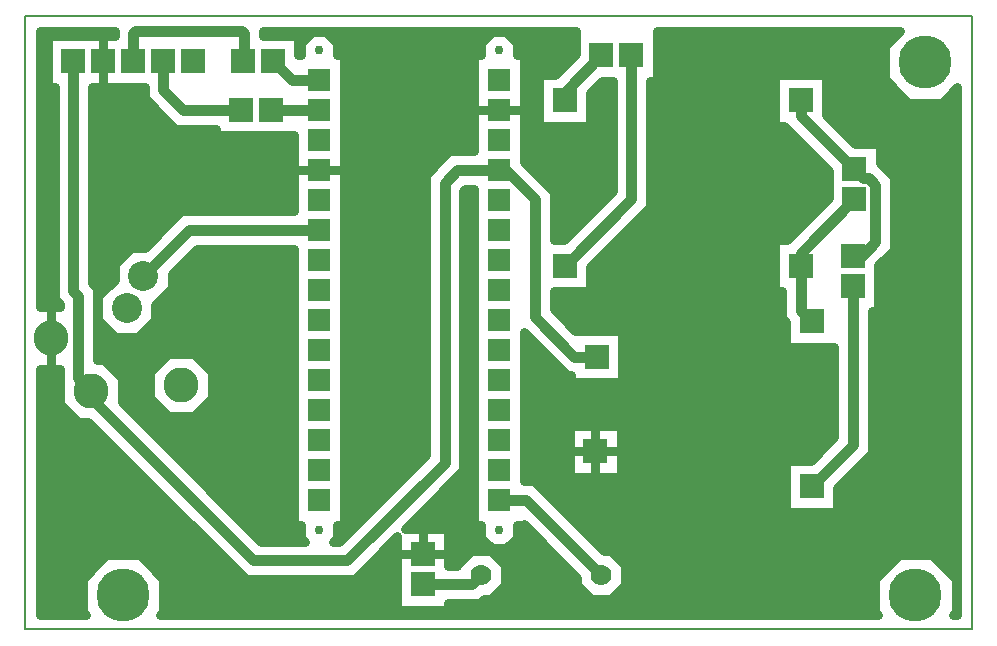
<source format=gbr>
G04 PROTEUS GERBER X2 FILE*
%TF.GenerationSoftware,Labcenter,Proteus,8.9-SP0-Build27865*%
%TF.CreationDate,2021-05-25T10:57:55+00:00*%
%TF.FileFunction,Copper,L2,Bot*%
%TF.FilePolarity,Positive*%
%TF.Part,Single*%
%TF.SameCoordinates,{e29b0117-a318-4933-b090-4e5cc44ef503}*%
%FSLAX45Y45*%
%MOMM*%
G01*
%TA.AperFunction,Conductor*%
%ADD18C,0.889000*%
%ADD19C,0.762000*%
%TA.AperFunction,ComponentPad*%
%ADD10R,1.905000X1.905000*%
%ADD11C,0.762000*%
%TA.AperFunction,ComponentPad*%
%ADD12C,2.960000*%
%ADD13C,2.540000*%
%ADD14R,2.032000X2.032000*%
%TA.AperFunction,ComponentPad*%
%ADD15C,1.778000*%
%TA.AperFunction,OtherPad,Unknown*%
%ADD16C,4.500000*%
%TA.AperFunction,Profile*%
%ADD17C,0.203200*%
%TD.AperFunction*%
G36*
X+464101Y+8938605D02*
X+291395Y+8765899D01*
X+154101Y+8765899D01*
X+154101Y+8334101D01*
X+585899Y+8334101D01*
X+585899Y+8611395D01*
X+688605Y+8714101D01*
X+775251Y+8714101D01*
X+775251Y+7779755D01*
X+361395Y+7365899D01*
X+277321Y+7365899D01*
X+277321Y+7777183D01*
X+23549Y+8030955D01*
X+23549Y+8929549D01*
X-33601Y+8929549D01*
X-33601Y+9037126D01*
X-122874Y+9126399D01*
X-249126Y+9126399D01*
X-338399Y+9037126D01*
X-338399Y+8929549D01*
X-395549Y+8929549D01*
X-395549Y+8116749D01*
X-605630Y+8116749D01*
X-805119Y+7917260D01*
X-805119Y+5547048D01*
X-1538538Y+4813629D01*
X-1590846Y+4813629D01*
X-1557601Y+4846874D01*
X-1557601Y+4954451D01*
X-1500451Y+4954451D01*
X-1500451Y+8929549D01*
X-1557601Y+8929549D01*
X-1557601Y+9037126D01*
X-1646874Y+9126399D01*
X-1773126Y+9126399D01*
X-1862399Y+9037126D01*
X-1862399Y+8929549D01*
X-1884101Y+8929549D01*
X-1884101Y+9095899D01*
X-2184223Y+9095899D01*
X-2184223Y+9135540D01*
X+464101Y+9135540D01*
X+464101Y+8938605D01*
G37*
G36*
X-3440749Y+9095899D02*
X-4005899Y+9095899D01*
X-4005899Y+8664101D01*
X-3948749Y+8664101D01*
X-3948749Y+6870911D01*
X-3905415Y+6827577D01*
X-3905415Y+6802299D01*
X-4075540Y+6802299D01*
X-4075540Y+9135540D01*
X-3440749Y+9135540D01*
X-3440749Y+9095899D01*
G37*
G36*
X+3080701Y+9010542D02*
X+3080701Y+8729458D01*
X+3279458Y+8530701D01*
X+3560542Y+8530701D01*
X+3695540Y+8665699D01*
X+3695540Y+4194460D01*
X+3654301Y+4194460D01*
X+3679299Y+4219458D01*
X+3679299Y+4500542D01*
X+3480542Y+4699299D01*
X+3199458Y+4699299D01*
X+3000701Y+4500542D01*
X+3000701Y+4219458D01*
X+3025699Y+4194460D01*
X-3055699Y+4194460D01*
X-3030701Y+4219458D01*
X-3030701Y+4500542D01*
X-3229458Y+4699299D01*
X-3510542Y+4699299D01*
X-3709299Y+4500542D01*
X-3709299Y+4219458D01*
X-3684301Y+4194460D01*
X-4075540Y+4194460D01*
X-4075540Y+6277701D01*
X-3905415Y+6277701D01*
X-3905415Y+6130911D01*
X-3902299Y+6127795D01*
X-3902299Y+5981352D01*
X-3748648Y+5827701D01*
X-3662557Y+5827701D01*
X-2330987Y+4496131D01*
X-1407028Y+4496131D01*
X-1045899Y+4857260D01*
X-1045899Y+4235352D01*
X-614101Y+4235352D01*
X-614101Y+4292502D01*
X-348994Y+4292502D01*
X-314695Y+4326801D01*
X-251832Y+4326801D01*
X-132801Y+4445832D01*
X-132801Y+4614168D01*
X-251832Y+4733199D01*
X-420168Y+4733199D01*
X-539199Y+4614168D01*
X-539199Y+4610000D01*
X-614101Y+4610000D01*
X-614101Y+4921150D01*
X-982009Y+4921150D01*
X-487621Y+5415538D01*
X-487621Y+7785750D01*
X-474120Y+7799251D01*
X-395549Y+7799251D01*
X-395549Y+4954451D01*
X-338399Y+4954451D01*
X-338399Y+4846874D01*
X-249126Y+4757601D01*
X-122874Y+4757601D01*
X-33601Y+4846874D01*
X-33601Y+4954451D01*
X+23549Y+4954451D01*
X+23549Y+4961947D01*
X+476801Y+4508695D01*
X+476801Y+4445832D01*
X+595832Y+4326801D01*
X+764168Y+4326801D01*
X+883199Y+4445832D01*
X+883199Y+4614168D01*
X+764168Y+4733199D01*
X+701305Y+4733199D01*
X+111755Y+5322749D01*
X+23549Y+5322749D01*
X+23549Y+6584419D01*
X+386717Y+6221251D01*
X+424101Y+6221251D01*
X+424101Y+6164101D01*
X+855899Y+6164101D01*
X+855899Y+6595899D01*
X+461077Y+6595899D01*
X+277321Y+6779655D01*
X+277321Y+6934101D01*
X+585899Y+6934101D01*
X+585899Y+7141395D01*
X+1092749Y+7648245D01*
X+1092749Y+8714101D01*
X+1149899Y+8714101D01*
X+1149899Y+9135540D01*
X+3205699Y+9135540D01*
X+3080701Y+9010542D01*
G37*
%LPC*%
G36*
X+2585899Y+8422605D02*
X+2828605Y+8179899D01*
X+3035899Y+8179899D01*
X+3035899Y+8022311D01*
X+3158749Y+7899461D01*
X+3158749Y+7284245D01*
X+3025899Y+7151395D01*
X+3025899Y+6764101D01*
X+2968749Y+6764101D01*
X+2968749Y+5564245D01*
X+2675899Y+5271395D01*
X+2675899Y+5064101D01*
X+2244101Y+5064101D01*
X+2244101Y+5495899D01*
X+2451395Y+5495899D01*
X+2651251Y+5695755D01*
X+2651251Y+6464101D01*
X+2244101Y+6464101D01*
X+2244101Y+6671395D01*
X+2211251Y+6704245D01*
X+2211251Y+6934101D01*
X+2154101Y+6934101D01*
X+2154101Y+7365899D01*
X+2251395Y+7365899D01*
X+2604101Y+7718605D01*
X+2604101Y+7955395D01*
X+2225395Y+8334101D01*
X+2154101Y+8334101D01*
X+2154101Y+8765899D01*
X+2585899Y+8765899D01*
X+2585899Y+8422605D01*
G37*
G36*
X+845899Y+5364101D02*
X+414101Y+5364101D01*
X+414101Y+5795899D01*
X+845899Y+5795899D01*
X+845899Y+5364101D01*
G37*
%LPD*%
G36*
X-3186749Y+8634602D02*
X-3186749Y+8568847D01*
X-2928496Y+8310594D01*
X-2585899Y+8310594D01*
X-2585899Y+8254101D01*
X-1919549Y+8254101D01*
X-1919549Y+7608749D01*
X-2875755Y+7608749D01*
X-3183205Y+7301299D01*
X-3299949Y+7301299D01*
X-3441299Y+7159949D01*
X-3441299Y+7029949D01*
X-3581299Y+6889949D01*
X-3581299Y+6690051D01*
X-3439949Y+6548701D01*
X-3240051Y+6548701D01*
X-3098701Y+6690051D01*
X-3098701Y+6820051D01*
X-2958701Y+6960051D01*
X-2958701Y+7076795D01*
X-2744245Y+7291251D01*
X-1919549Y+7291251D01*
X-1919549Y+4954451D01*
X-1862399Y+4954451D01*
X-1862399Y+4846874D01*
X-1829154Y+4813629D01*
X-2199477Y+4813629D01*
X-3377701Y+5991853D01*
X-3377701Y+6198648D01*
X-3531352Y+6352299D01*
X-3587917Y+6352299D01*
X-3587917Y+6959090D01*
X-3631251Y+7002424D01*
X-3631251Y+8664101D01*
X-3186749Y+8664101D01*
X-3186749Y+8634602D01*
G37*
%LPC*%
G36*
X-3142299Y+6031352D02*
X-3142299Y+6248648D01*
X-2988648Y+6402299D01*
X-2771352Y+6402299D01*
X-2617701Y+6248648D01*
X-2617701Y+6031352D01*
X-2771352Y+5877701D01*
X-2988648Y+5877701D01*
X-3142299Y+6031352D01*
G37*
%LPD*%
D18*
X-3646823Y+6036471D02*
X-3640000Y+6090000D01*
X-3282000Y+8880000D02*
X-3282000Y+9119042D01*
X-3264826Y+9136216D01*
X-2362586Y+9136216D01*
X-2342972Y+9116602D01*
X-2342972Y+8891028D01*
X-2354000Y+8880000D01*
X-3028000Y+8880000D02*
X-3028000Y+8634602D01*
X-2862741Y+8469343D01*
X-2370657Y+8469343D01*
X-2370000Y+8470000D01*
X-2100000Y+8880000D02*
X-1940000Y+8720000D01*
X-1710000Y+8720000D01*
X-2116000Y+8470000D02*
X-1714000Y+8470000D01*
X-1710000Y+8466000D01*
X-3200000Y+7060000D02*
X-2810000Y+7450000D01*
X-1710000Y+7450000D01*
X+370000Y+8550000D02*
X+370000Y+8620000D01*
X+680000Y+8930000D01*
X+2370000Y+8550000D02*
X+2370000Y+8414000D01*
X+2820000Y+7964000D01*
X+2370000Y+7150000D02*
X+2370000Y+7260000D01*
X+2820000Y+7710000D01*
X+2370000Y+7150000D02*
X+2370000Y+6770000D01*
X+2460000Y+6680000D01*
X+2820000Y+7964000D02*
X+2893267Y+7890733D01*
X+2942973Y+7890733D01*
X+3000000Y+7833706D01*
X+3000000Y+7350000D01*
X+2884000Y+7234000D01*
X+2810000Y+7234000D01*
X+2810000Y+6980000D02*
X+2810000Y+5630000D01*
X+2460000Y+5280000D01*
X+370000Y+7150000D02*
X+934000Y+7714000D01*
X+934000Y+8930000D01*
X-186000Y+7958000D02*
X-128000Y+7958000D01*
X+118572Y+7711428D01*
X+118572Y+6713900D01*
X+452472Y+6380000D01*
X+640000Y+6380000D01*
X-3640000Y+6090000D02*
X-3746666Y+6196666D01*
X-3746666Y+6893333D01*
X-3746666Y+6893334D01*
X-3790000Y+8880000D02*
X-3790000Y+6936667D01*
X-3746666Y+6893334D01*
X-2715912Y+5105560D02*
X-2265232Y+4654880D01*
X-1472783Y+4654880D01*
X-646370Y+5481293D01*
X-646370Y+5733630D01*
X-646370Y+5793951D01*
X-3646823Y+6036471D02*
X-2715912Y+5105560D01*
X-646370Y+5793951D02*
X-646370Y+7851505D01*
X-539875Y+7958000D01*
X-281250Y+7958000D01*
X-186000Y+7958000D01*
X-830000Y+4451251D02*
X-414749Y+4451251D01*
X-336000Y+4530000D01*
X-186000Y+5164000D02*
X+46000Y+5164000D01*
X+680000Y+4530000D01*
D19*
X+464101Y+8938605D02*
X+291395Y+8765899D01*
X+154101Y+8765899D01*
X+154101Y+8334101D01*
X+585899Y+8334101D01*
X+585899Y+8611395D01*
X+688605Y+8714101D01*
X+775251Y+8714101D01*
X+775251Y+7779755D01*
X+361395Y+7365899D01*
X+277321Y+7365899D01*
X+277321Y+7777183D01*
X+23549Y+8030955D01*
X+23549Y+8929549D01*
X-33601Y+8929549D01*
X-33601Y+9037126D01*
X-122874Y+9126399D01*
X-249126Y+9126399D01*
X-338399Y+9037126D01*
X-338399Y+8929549D01*
X-395549Y+8929549D01*
X-395549Y+8116749D01*
X-605630Y+8116749D01*
X-805119Y+7917260D01*
X-805119Y+5547048D01*
X-1538538Y+4813629D01*
X-1590846Y+4813629D01*
X-1557601Y+4846874D01*
X-1557601Y+4954451D01*
X-1500451Y+4954451D01*
X-1500451Y+8929549D01*
X-1557601Y+8929549D01*
X-1557601Y+9037126D01*
X-1646874Y+9126399D01*
X-1773126Y+9126399D01*
X-1862399Y+9037126D01*
X-1862399Y+8929549D01*
X-1884101Y+8929549D01*
X-1884101Y+9095899D01*
X-2184223Y+9095899D01*
X-2184223Y+9135540D01*
X+464101Y+9135540D01*
X+464101Y+8938605D01*
X-3440749Y+9095899D02*
X-4005899Y+9095899D01*
X-4005899Y+8664101D01*
X-3948749Y+8664101D01*
X-3948749Y+6870911D01*
X-3905415Y+6827577D01*
X-3905415Y+6802299D01*
X-4075540Y+6802299D01*
X-4075540Y+9135540D01*
X-3440749Y+9135540D01*
X-3440749Y+9095899D01*
X+3080701Y+9010542D02*
X+3080701Y+8729458D01*
X+3279458Y+8530701D01*
X+3560542Y+8530701D01*
X+3695540Y+8665699D01*
X+3695540Y+4194460D01*
X+3654301Y+4194460D01*
X+3679299Y+4219458D01*
X+3679299Y+4500542D01*
X+3480542Y+4699299D01*
X+3199458Y+4699299D01*
X+3000701Y+4500542D01*
X+3000701Y+4219458D01*
X+3025699Y+4194460D01*
X-3055699Y+4194460D01*
X-3030701Y+4219458D01*
X-3030701Y+4500542D01*
X-3229458Y+4699299D01*
X-3510542Y+4699299D01*
X-3709299Y+4500542D01*
X-3709299Y+4219458D01*
X-3684301Y+4194460D01*
X-4075540Y+4194460D01*
X-4075540Y+6277701D01*
X-3905415Y+6277701D01*
X-3905415Y+6130911D01*
X-3902299Y+6127795D01*
X-3902299Y+5981352D01*
X-3748648Y+5827701D01*
X-3662557Y+5827701D01*
X-2330987Y+4496131D01*
X-1407028Y+4496131D01*
X-1045899Y+4857260D01*
X-1045899Y+4235352D01*
X-614101Y+4235352D01*
X-614101Y+4292502D01*
X-348994Y+4292502D01*
X-314695Y+4326801D01*
X-251832Y+4326801D01*
X-132801Y+4445832D01*
X-132801Y+4614168D01*
X-251832Y+4733199D01*
X-420168Y+4733199D01*
X-539199Y+4614168D01*
X-539199Y+4610000D01*
X-614101Y+4610000D01*
X-614101Y+4921150D01*
X-982009Y+4921150D01*
X-487621Y+5415538D01*
X-487621Y+7785750D01*
X-474120Y+7799251D01*
X-395549Y+7799251D01*
X-395549Y+4954451D01*
X-338399Y+4954451D01*
X-338399Y+4846874D01*
X-249126Y+4757601D01*
X-122874Y+4757601D01*
X-33601Y+4846874D01*
X-33601Y+4954451D01*
X+23549Y+4954451D01*
X+23549Y+4961947D01*
X+476801Y+4508695D01*
X+476801Y+4445832D01*
X+595832Y+4326801D01*
X+764168Y+4326801D01*
X+883199Y+4445832D01*
X+883199Y+4614168D01*
X+764168Y+4733199D01*
X+701305Y+4733199D01*
X+111755Y+5322749D01*
X+23549Y+5322749D01*
X+23549Y+6584419D01*
X+386717Y+6221251D01*
X+424101Y+6221251D01*
X+424101Y+6164101D01*
X+855899Y+6164101D01*
X+855899Y+6595899D01*
X+461077Y+6595899D01*
X+277321Y+6779655D01*
X+277321Y+6934101D01*
X+585899Y+6934101D01*
X+585899Y+7141395D01*
X+1092749Y+7648245D01*
X+1092749Y+8714101D01*
X+1149899Y+8714101D01*
X+1149899Y+9135540D01*
X+3205699Y+9135540D01*
X+3080701Y+9010542D01*
X+2585899Y+8422605D02*
X+2828605Y+8179899D01*
X+3035899Y+8179899D01*
X+3035899Y+8022311D01*
X+3158749Y+7899461D01*
X+3158749Y+7284245D01*
X+3025899Y+7151395D01*
X+3025899Y+6764101D01*
X+2968749Y+6764101D01*
X+2968749Y+5564245D01*
X+2675899Y+5271395D01*
X+2675899Y+5064101D01*
X+2244101Y+5064101D01*
X+2244101Y+5495899D01*
X+2451395Y+5495899D01*
X+2651251Y+5695755D01*
X+2651251Y+6464101D01*
X+2244101Y+6464101D01*
X+2244101Y+6671395D01*
X+2211251Y+6704245D01*
X+2211251Y+6934101D01*
X+2154101Y+6934101D01*
X+2154101Y+7365899D01*
X+2251395Y+7365899D01*
X+2604101Y+7718605D01*
X+2604101Y+7955395D01*
X+2225395Y+8334101D01*
X+2154101Y+8334101D01*
X+2154101Y+8765899D01*
X+2585899Y+8765899D01*
X+2585899Y+8422605D01*
X+845899Y+5364101D02*
X+414101Y+5364101D01*
X+414101Y+5795899D01*
X+845899Y+5795899D01*
X+845899Y+5364101D01*
X-3186749Y+8634602D02*
X-3186749Y+8568847D01*
X-2928496Y+8310594D01*
X-2585899Y+8310594D01*
X-2585899Y+8254101D01*
X-1919549Y+8254101D01*
X-1919549Y+7608749D01*
X-2875755Y+7608749D01*
X-3183205Y+7301299D01*
X-3299949Y+7301299D01*
X-3441299Y+7159949D01*
X-3441299Y+7029949D01*
X-3581299Y+6889949D01*
X-3581299Y+6690051D01*
X-3439949Y+6548701D01*
X-3240051Y+6548701D01*
X-3098701Y+6690051D01*
X-3098701Y+6820051D01*
X-2958701Y+6960051D01*
X-2958701Y+7076795D01*
X-2744245Y+7291251D01*
X-1919549Y+7291251D01*
X-1919549Y+4954451D01*
X-1862399Y+4954451D01*
X-1862399Y+4846874D01*
X-1829154Y+4813629D01*
X-2199477Y+4813629D01*
X-3377701Y+5991853D01*
X-3377701Y+6198648D01*
X-3531352Y+6352299D01*
X-3587917Y+6352299D01*
X-3587917Y+6959090D01*
X-3631251Y+7002424D01*
X-3631251Y+8664101D01*
X-3186749Y+8664101D01*
X-3186749Y+8634602D01*
X-3142299Y+6031352D02*
X-3142299Y+6248648D01*
X-2988648Y+6402299D01*
X-2771352Y+6402299D01*
X-2617701Y+6248648D01*
X-2617701Y+6031352D01*
X-2771352Y+5877701D01*
X-2988648Y+5877701D01*
X-3142299Y+6031352D01*
X-1919549Y+7958000D02*
X-1710000Y+7958000D01*
X-1500451Y+7958000D02*
X-1710000Y+7958000D01*
X-395549Y+8466000D02*
X-186000Y+8466000D01*
X+23549Y+8466000D02*
X-186000Y+8466000D01*
X-3980000Y+6277701D02*
X-3980000Y+6540000D01*
X-3980000Y+6802299D02*
X-3980000Y+6540000D01*
X-3536000Y+8664101D02*
X-3536000Y+8880000D01*
X-3536000Y+9095899D02*
X-3536000Y+8880000D01*
X+845899Y+5580000D02*
X+630000Y+5580000D01*
X+414101Y+5580000D02*
X+630000Y+5580000D01*
X+630000Y+5795899D02*
X+630000Y+5580000D01*
X+630000Y+5364101D02*
X+630000Y+5580000D01*
X-830000Y+4921150D02*
X-830000Y+4705251D01*
X-614101Y+4705251D02*
X-830000Y+4705251D01*
X-1045899Y+4705251D02*
X-830000Y+4705251D01*
D10*
X-1710000Y+8720000D03*
X-1710000Y+8466000D03*
X-1710000Y+8212000D03*
X-1710000Y+7958000D03*
X-1710000Y+7704000D03*
X-1710000Y+7450000D03*
X-1710000Y+7196000D03*
X-1710000Y+6942000D03*
X-1710000Y+6688000D03*
X-1710000Y+6434000D03*
X-1710000Y+6180000D03*
X-1710000Y+5926000D03*
X-1710000Y+5672000D03*
X-1710000Y+5418000D03*
X-1710000Y+5164000D03*
X-186000Y+8720000D03*
X-186000Y+8466000D03*
X-186000Y+8212000D03*
X-186000Y+7958000D03*
X-186000Y+7704000D03*
X-186000Y+7450000D03*
X-186000Y+7196000D03*
X-186000Y+6942000D03*
X-186000Y+6688000D03*
X-186000Y+6434000D03*
X-186000Y+6180000D03*
X-186000Y+5926000D03*
X-186000Y+5672000D03*
X-186000Y+5418000D03*
X-186000Y+5164000D03*
D11*
X-1710000Y+8974000D03*
X-1710000Y+4910000D03*
X-186000Y+4910000D03*
X-186000Y+8974000D03*
D12*
X-3980000Y+6540000D03*
D13*
X-3200000Y+7060000D03*
X-3340000Y+6790000D03*
D12*
X-2880000Y+6140000D03*
X-3640000Y+6090000D03*
D14*
X-3790000Y+8880000D03*
X-3536000Y+8880000D03*
X-3282000Y+8880000D03*
X-3028000Y+8880000D03*
X-2774000Y+8880000D03*
X-2100000Y+8880000D03*
X-2354000Y+8880000D03*
X-2370000Y+8470000D03*
X-2116000Y+8470000D03*
X+370000Y+7150000D03*
X+370000Y+8550000D03*
X+2370000Y+8550000D03*
X+2370000Y+7150000D03*
X+2460000Y+6680000D03*
X+2460000Y+5280000D03*
X+630000Y+5580000D03*
X+640000Y+6380000D03*
X+2820000Y+7710000D03*
X+2820000Y+7964000D03*
X+680000Y+8930000D03*
X+934000Y+8930000D03*
X+2810000Y+6980000D03*
X+2810000Y+7234000D03*
D15*
X+680000Y+4530000D03*
X-336000Y+4530000D03*
D14*
X-830000Y+4451251D03*
X-830000Y+4705251D03*
D16*
X-3370000Y+4360000D03*
X+3340000Y+4360000D03*
X+3420000Y+8870000D03*
D17*
X-4200000Y+4070000D02*
X+3820000Y+4070000D01*
X+3820000Y+9260000D01*
X-4200000Y+9260000D01*
X-4200000Y+4070000D01*
M02*

</source>
